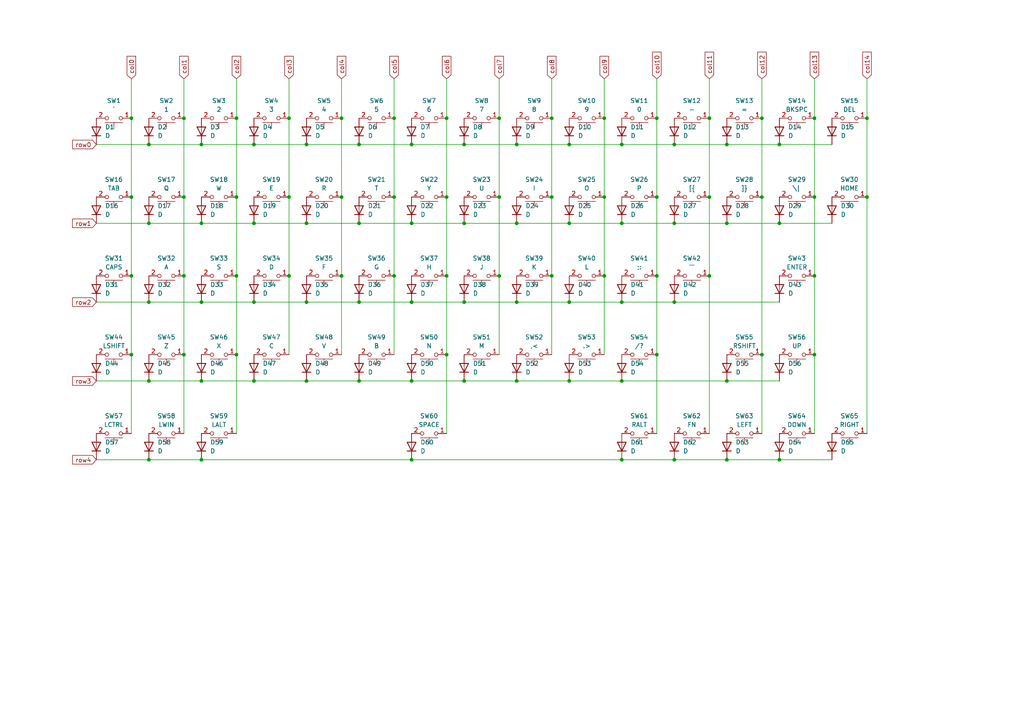
<source format=kicad_sch>
(kicad_sch (version 20211123) (generator eeschema)
  (paper "A4")
  (lib_symbols
    (symbol "Device:D" (pin_numbers hide) (pin_names (offset 1.016) hide)
      (property "Reference" "D" (at 0 2.54 0))
      (property "Value" "D" (at 0 -2.54 0))
      (symbol "D_0_1"
        (polyline (pts (xy -1.27 1.27) (xy -1.27 -1.27)) (stroke (width 0.254)))
        (polyline (pts (xy 1.27 0) (xy -1.27 0)))
        (polyline (pts (xy 1.27 1.27) (xy 1.27 -1.27) (xy -1.27 0) (xy 1.27 1.27)) (stroke (width 0.254)))
      )
      (symbol "D_1_1"
        (pin passive line (at -3.81 0 0) (length 2.54) (name "K") (number "1"))
        (pin passive line (at 3.81 0 180) (length 2.54) (name "A") (number "2"))
      )
    )
    (symbol "Switch:SW_Push" (pin_names (offset 1.016) hide)
      (property "Reference" "SW" (at 1.27 2.54 0))
      (property "Value" "SW_Push" (at 0 -1.524 0))
      (symbol "SW_Push_0_1"
        (circle (center -2.032 0) (radius 0.508))
        (polyline (pts (xy 0 1.27) (xy 0 3.048)))
        (polyline (pts (xy 2.54 1.27) (xy -2.54 1.27)))
        (circle (center 2.032 0) (radius 0.508))
        (pin passive line (at -5.08 0 0) (length 2.54) (name "1") (number "1"))
        (pin passive line (at 5.08 0 180) (length 2.54) (name "2") (number "2"))
      )
    )
  )
  (junction (at 175.26 34.29))
  (junction (at 160.02 80.01))
  (junction (at 134.62 110.49))
  (junction (at 180.34 64.77))
  (junction (at 210.82 64.77))
  (junction (at 88.9 110.49))
  (junction (at 38.1 57.15))
  (junction (at 38.1 34.29))
  (junction (at 104.14 110.49))
  (junction (at 43.18 41.91))
  (junction (at 83.82 34.29))
  (junction (at 236.22 80.01))
  (junction (at 68.58 80.01))
  (junction (at 165.1 41.91))
  (junction (at 114.3 34.29))
  (junction (at 190.5 34.29))
  (junction (at 220.98 102.87))
  (junction (at 236.22 57.15))
  (junction (at 205.74 34.29))
  (junction (at 73.66 41.91))
  (junction (at 149.86 41.91))
  (junction (at 99.06 80.01))
  (junction (at 73.66 64.77))
  (junction (at 149.86 64.77))
  (junction (at 53.34 57.15))
  (junction (at 88.9 87.63))
  (junction (at 180.34 133.35))
  (junction (at 180.34 87.63))
  (junction (at 53.34 102.87))
  (junction (at 165.1 110.49))
  (junction (at 175.26 57.15))
  (junction (at 88.9 64.77))
  (junction (at 119.38 110.49))
  (junction (at 83.82 80.01))
  (junction (at 190.5 80.01))
  (junction (at 195.58 87.63))
  (junction (at 236.22 34.29))
  (junction (at 38.1 80.01))
  (junction (at 58.42 133.35))
  (junction (at 114.3 57.15))
  (junction (at 58.42 41.91))
  (junction (at 68.58 57.15))
  (junction (at 104.14 87.63))
  (junction (at 160.02 57.15))
  (junction (at 149.86 87.63))
  (junction (at 195.58 64.77))
  (junction (at 220.98 57.15))
  (junction (at 119.38 64.77))
  (junction (at 160.02 34.29))
  (junction (at 226.06 41.91))
  (junction (at 68.58 34.29))
  (junction (at 220.98 34.29))
  (junction (at 43.18 64.77))
  (junction (at 251.46 34.29))
  (junction (at 99.06 57.15))
  (junction (at 73.66 110.49))
  (junction (at 43.18 87.63))
  (junction (at 38.1 102.87))
  (junction (at 251.46 57.15))
  (junction (at 144.78 80.01))
  (junction (at 144.78 34.29))
  (junction (at 53.34 80.01))
  (junction (at 190.5 102.87))
  (junction (at 180.34 41.91))
  (junction (at 58.42 110.49))
  (junction (at 119.38 87.63))
  (junction (at 99.06 34.29))
  (junction (at 175.26 80.01))
  (junction (at 53.34 34.29))
  (junction (at 104.14 64.77))
  (junction (at 210.82 41.91))
  (junction (at 205.74 80.01))
  (junction (at 180.34 110.49))
  (junction (at 129.54 80.01))
  (junction (at 114.3 80.01))
  (junction (at 210.82 110.49))
  (junction (at 190.5 57.15))
  (junction (at 144.78 57.15))
  (junction (at 88.9 41.91))
  (junction (at 129.54 57.15))
  (junction (at 43.18 133.35))
  (junction (at 226.06 133.35))
  (junction (at 226.06 64.77))
  (junction (at 68.58 102.87))
  (junction (at 210.82 133.35))
  (junction (at 58.42 87.63))
  (junction (at 205.74 57.15))
  (junction (at 236.22 102.87))
  (junction (at 119.38 133.35))
  (junction (at 83.82 57.15))
  (junction (at 134.62 41.91))
  (junction (at 104.14 41.91))
  (junction (at 195.58 133.35))
  (junction (at 165.1 87.63))
  (junction (at 73.66 87.63))
  (junction (at 165.1 64.77))
  (junction (at 134.62 87.63))
  (junction (at 43.18 110.49))
  (junction (at 195.58 41.91))
  (junction (at 129.54 102.87))
  (junction (at 119.38 41.91))
  (junction (at 149.86 110.49))
  (junction (at 134.62 64.77))
  (junction (at 129.54 34.29))
  (junction (at 58.42 64.77))
  (wire (pts (xy 134.62 64.77) (xy 149.86 64.77)))
  (wire (pts (xy 68.58 34.29) (xy 68.58 57.15)))
  (wire (pts (xy 205.74 57.15) (xy 205.74 80.01)))
  (wire (pts (xy 119.38 41.91) (xy 134.62 41.91)))
  (wire (pts (xy 104.14 41.91) (xy 119.38 41.91)))
  (wire (pts (xy 27.94 41.91) (xy 43.18 41.91)))
  (wire (pts (xy 165.1 41.91) (xy 180.34 41.91)))
  (wire (pts (xy 195.58 41.91) (xy 210.82 41.91)))
  (wire (pts (xy 83.82 34.29) (xy 83.82 57.15)))
  (wire (pts (xy 53.34 102.87) (xy 53.34 125.73)))
  (wire (pts (xy 160.02 22.86) (xy 160.02 34.29)))
  (wire (pts (xy 226.06 64.77) (xy 241.3 64.77)))
  (wire (pts (xy 43.18 110.49) (xy 58.42 110.49)))
  (wire (pts (xy 99.06 22.86) (xy 99.06 34.29)))
  (wire (pts (xy 119.38 87.63) (xy 134.62 87.63)))
  (wire (pts (xy 190.5 80.01) (xy 190.5 102.87)))
  (wire (pts (xy 195.58 87.63) (xy 226.06 87.63)))
  (wire (pts (xy 149.86 64.77) (xy 165.1 64.77)))
  (wire (pts (xy 149.86 87.63) (xy 165.1 87.63)))
  (wire (pts (xy 68.58 22.86) (xy 68.58 34.29)))
  (wire (pts (xy 114.3 80.01) (xy 114.3 102.87)))
  (wire (pts (xy 195.58 64.77) (xy 210.82 64.77)))
  (wire (pts (xy 43.18 64.77) (xy 58.42 64.77)))
  (wire (pts (xy 43.18 87.63) (xy 58.42 87.63)))
  (wire (pts (xy 149.86 41.91) (xy 165.1 41.91)))
  (wire (pts (xy 160.02 80.01) (xy 160.02 102.87)))
  (wire (pts (xy 27.94 87.63) (xy 43.18 87.63)))
  (wire (pts (xy 210.82 110.49) (xy 226.06 110.49)))
  (wire (pts (xy 251.46 57.15) (xy 251.46 125.73)))
  (wire (pts (xy 99.06 57.15) (xy 99.06 80.01)))
  (wire (pts (xy 175.26 80.01) (xy 175.26 102.87)))
  (wire (pts (xy 160.02 57.15) (xy 160.02 80.01)))
  (wire (pts (xy 73.66 110.49) (xy 88.9 110.49)))
  (wire (pts (xy 58.42 133.35) (xy 119.38 133.35)))
  (wire (pts (xy 180.34 87.63) (xy 195.58 87.63)))
  (wire (pts (xy 119.38 64.77) (xy 134.62 64.77)))
  (wire (pts (xy 58.42 87.63) (xy 73.66 87.63)))
  (wire (pts (xy 53.34 22.86) (xy 53.34 34.29)))
  (wire (pts (xy 88.9 64.77) (xy 104.14 64.77)))
  (wire (pts (xy 190.5 22.86) (xy 190.5 34.29)))
  (wire (pts (xy 190.5 102.87) (xy 190.5 125.73)))
  (wire (pts (xy 175.26 34.29) (xy 175.26 57.15)))
  (wire (pts (xy 73.66 64.77) (xy 88.9 64.77)))
  (wire (pts (xy 134.62 41.91) (xy 149.86 41.91)))
  (wire (pts (xy 88.9 41.91) (xy 104.14 41.91)))
  (wire (pts (xy 58.42 110.49) (xy 73.66 110.49)))
  (wire (pts (xy 251.46 22.86) (xy 251.46 34.29)))
  (wire (pts (xy 38.1 102.87) (xy 38.1 125.73)))
  (wire (pts (xy 83.82 80.01) (xy 83.82 102.87)))
  (wire (pts (xy 144.78 22.86) (xy 144.78 34.29)))
  (wire (pts (xy 68.58 102.87) (xy 68.58 125.73)))
  (wire (pts (xy 190.5 34.29) (xy 190.5 57.15)))
  (wire (pts (xy 38.1 80.01) (xy 38.1 102.87)))
  (wire (pts (xy 73.66 87.63) (xy 88.9 87.63)))
  (wire (pts (xy 43.18 41.91) (xy 58.42 41.91)))
  (wire (pts (xy 73.66 41.91) (xy 88.9 41.91)))
  (wire (pts (xy 210.82 133.35) (xy 226.06 133.35)))
  (wire (pts (xy 114.3 57.15) (xy 114.3 80.01)))
  (wire (pts (xy 53.34 34.29) (xy 53.34 57.15)))
  (wire (pts (xy 205.74 22.86) (xy 205.74 34.29)))
  (wire (pts (xy 27.94 64.77) (xy 43.18 64.77)))
  (wire (pts (xy 58.42 64.77) (xy 73.66 64.77)))
  (wire (pts (xy 144.78 80.01) (xy 144.78 102.87)))
  (wire (pts (xy 149.86 110.49) (xy 165.1 110.49)))
  (wire (pts (xy 53.34 80.01) (xy 53.34 102.87)))
  (wire (pts (xy 180.34 41.91) (xy 195.58 41.91)))
  (wire (pts (xy 38.1 22.86) (xy 38.1 34.29)))
  (wire (pts (xy 160.02 34.29) (xy 160.02 57.15)))
  (wire (pts (xy 236.22 80.01) (xy 236.22 102.87)))
  (wire (pts (xy 180.34 110.49) (xy 210.82 110.49)))
  (wire (pts (xy 144.78 34.29) (xy 144.78 57.15)))
  (wire (pts (xy 195.58 133.35) (xy 210.82 133.35)))
  (wire (pts (xy 175.26 57.15) (xy 175.26 80.01)))
  (wire (pts (xy 236.22 57.15) (xy 236.22 80.01)))
  (wire (pts (xy 251.46 34.29) (xy 251.46 57.15)))
  (wire (pts (xy 88.9 110.49) (xy 104.14 110.49)))
  (wire (pts (xy 180.34 64.77) (xy 195.58 64.77)))
  (wire (pts (xy 226.06 41.91) (xy 241.3 41.91)))
  (wire (pts (xy 43.18 133.35) (xy 58.42 133.35)))
  (wire (pts (xy 104.14 110.49) (xy 119.38 110.49)))
  (wire (pts (xy 38.1 34.29) (xy 38.1 57.15)))
  (wire (pts (xy 165.1 110.49) (xy 180.34 110.49)))
  (wire (pts (xy 129.54 57.15) (xy 129.54 80.01)))
  (wire (pts (xy 210.82 41.91) (xy 226.06 41.91)))
  (wire (pts (xy 27.94 133.35) (xy 43.18 133.35)))
  (wire (pts (xy 236.22 22.86) (xy 236.22 34.29)))
  (wire (pts (xy 180.34 133.35) (xy 195.58 133.35)))
  (wire (pts (xy 88.9 87.63) (xy 104.14 87.63)))
  (wire (pts (xy 134.62 110.49) (xy 149.86 110.49)))
  (wire (pts (xy 68.58 80.01) (xy 68.58 102.87)))
  (wire (pts (xy 38.1 57.15) (xy 38.1 80.01)))
  (wire (pts (xy 129.54 102.87) (xy 129.54 125.73)))
  (wire (pts (xy 205.74 80.01) (xy 205.74 125.73)))
  (wire (pts (xy 175.26 22.86) (xy 175.26 34.29)))
  (wire (pts (xy 205.74 34.29) (xy 205.74 57.15)))
  (wire (pts (xy 236.22 102.87) (xy 236.22 125.73)))
  (wire (pts (xy 104.14 87.63) (xy 119.38 87.63)))
  (wire (pts (xy 134.62 87.63) (xy 149.86 87.63)))
  (wire (pts (xy 220.98 34.29) (xy 220.98 57.15)))
  (wire (pts (xy 129.54 80.01) (xy 129.54 102.87)))
  (wire (pts (xy 165.1 87.63) (xy 180.34 87.63)))
  (wire (pts (xy 114.3 22.86) (xy 114.3 34.29)))
  (wire (pts (xy 190.5 57.15) (xy 190.5 80.01)))
  (wire (pts (xy 226.06 133.35) (xy 241.3 133.35)))
  (wire (pts (xy 220.98 57.15) (xy 220.98 102.87)))
  (wire (pts (xy 58.42 41.91) (xy 73.66 41.91)))
  (wire (pts (xy 68.58 57.15) (xy 68.58 80.01)))
  (wire (pts (xy 220.98 102.87) (xy 220.98 125.73)))
  (wire (pts (xy 144.78 57.15) (xy 144.78 80.01)))
  (wire (pts (xy 129.54 34.29) (xy 129.54 57.15)))
  (wire (pts (xy 165.1 64.77) (xy 180.34 64.77)))
  (wire (pts (xy 53.34 57.15) (xy 53.34 80.01)))
  (wire (pts (xy 236.22 34.29) (xy 236.22 57.15)))
  (wire (pts (xy 220.98 22.86) (xy 220.98 34.29)))
  (wire (pts (xy 27.94 110.49) (xy 43.18 110.49)))
  (wire (pts (xy 114.3 34.29) (xy 114.3 57.15)))
  (wire (pts (xy 99.06 80.01) (xy 99.06 102.87)))
  (wire (pts (xy 119.38 133.35) (xy 180.34 133.35)))
  (wire (pts (xy 83.82 57.15) (xy 83.82 80.01)))
  (wire (pts (xy 99.06 34.29) (xy 99.06 57.15)))
  (wire (pts (xy 83.82 22.86) (xy 83.82 34.29)))
  (wire (pts (xy 129.54 22.86) (xy 129.54 34.29)))
  (wire (pts (xy 119.38 110.49) (xy 134.62 110.49)))
  (wire (pts (xy 210.82 64.77) (xy 226.06 64.77)))
  (wire (pts (xy 104.14 64.77) (xy 119.38 64.77)))
  (global_label "col12" (shape input) (at 220.98 22.86 90) (property "Intersheet References" "${INTERSHEET_REFS}" (effects hide)))
  (global_label "row4" (shape input) (at 27.94 133.35 180) (property "Intersheet References" "${INTERSHEET_REFS}" (effects hide)))
  (global_label "row2" (shape input) (at 27.94 87.63 180) (property "Intersheet References" "${INTERSHEET_REFS}" (effects hide)))
  (global_label "col7" (shape input) (at 144.78 22.86 90) (property "Intersheet References" "${INTERSHEET_REFS}" (effects hide)))
  (global_label "row1" (shape input) (at 27.94 64.77 180) (property "Intersheet References" "${INTERSHEET_REFS}" (effects hide)))
  (global_label "col3" (shape input) (at 83.82 22.86 90) (property "Intersheet References" "${INTERSHEET_REFS}" (effects hide)))
  (global_label "col1" (shape input) (at 53.34 22.86 90) (property "Intersheet References" "${INTERSHEET_REFS}" (effects hide)))
  (global_label "col10" (shape input) (at 190.5 22.86 90) (property "Intersheet References" "${INTERSHEET_REFS}" (effects hide)))
  (global_label "row0" (shape input) (at 27.94 41.91 180) (property "Intersheet References" "${INTERSHEET_REFS}" (effects hide)))
  (global_label "col0" (shape input) (at 38.1 22.86 90) (property "Intersheet References" "${INTERSHEET_REFS}" (effects hide)))
  (global_label "col14" (shape input) (at 251.46 22.86 90) (property "Intersheet References" "${INTERSHEET_REFS}" (effects hide)))
  (global_label "col4" (shape input) (at 99.06 22.86 90) (property "Intersheet References" "${INTERSHEET_REFS}" (effects hide)))
  (global_label "row3" (shape input) (at 27.94 110.49 180) (property "Intersheet References" "${INTERSHEET_REFS}" (effects hide)))
  (global_label "col2" (shape input) (at 68.58 22.86 90) (property "Intersheet References" "${INTERSHEET_REFS}" (effects hide)))
  (global_label "col8" (shape input) (at 160.02 22.86 90) (property "Intersheet References" "${INTERSHEET_REFS}" (effects hide)))
  (global_label "col9" (shape input) (at 175.26 22.86 90) (property "Intersheet References" "${INTERSHEET_REFS}" (effects hide)))
  (global_label "col13" (shape input) (at 236.22 22.86 90) (property "Intersheet References" "${INTERSHEET_REFS}" (effects hide)))
  (global_label "col5" (shape input) (at 114.3 22.86 90) (property "Intersheet References" "${INTERSHEET_REFS}" (effects hide)))
  (global_label "col6" (shape input) (at 129.54 22.86 90) (property "Intersheet References" "${INTERSHEET_REFS}" (effects hide)))
  (global_label "col11" (shape input) (at 205.74 22.86 90) (property "Intersheet References" "${INTERSHEET_REFS}" (effects hide)))
  (symbol (lib_id "Device:D") (at 210.82 38.1 90) (unit 1)
    (property "Reference" "D13" (at 213.36 36.8299 90) (effects (justify right)))
    (property "Value" "D" (at 213.36 39.3699 90) (effects (justify right)))
    (property "Footprint" "Diode_SMD:D_SOD-123" (effects hide))
  )
  (symbol (lib_id "Device:D") (at 195.58 38.1 90) (unit 1)
    (property "Reference" "D12" (at 198.12 36.8299 90) (effects (justify right)))
    (property "Value" "D" (at 198.12 39.3699 90) (effects (justify right)))
    (property "Footprint" "Diode_SMD:D_SOD-123" (effects hide))
  )
  (symbol (lib_id "Switch:SW_Push") (at 63.5 125.73 180) (unit 1)
    (property "Reference" "SW59" (at 63.5 120.65 0))
    (property "Value" "LALT" (at 63.5 123.19 0))
    (property "Footprint" "MX_Only:MXOnly-1.25U" (effects hide))
  )
  (symbol (lib_id "Device:D") (at 73.66 38.1 90) (unit 1)
    (property "Reference" "D4" (at 76.2 36.8299 90) (effects (justify right)))
    (property "Value" "D" (at 76.2 39.3699 90) (effects (justify right)))
    (property "Footprint" "Diode_SMD:D_SOD-123" (effects hide))
  )
  (symbol (lib_id "Switch:SW_Push") (at 185.42 34.29 180) (unit 1)
    (property "Reference" "SW11" (at 185.42 29.21 0))
    (property "Value" "0" (at 185.42 31.75 0))
    (property "Footprint" "MX_Only:MXOnly-1U" (effects hide))
  )
  (symbol (lib_id "Device:D") (at 58.42 106.68 90) (unit 1)
    (property "Reference" "D46" (at 60.96 105.4099 90) (effects (justify right)))
    (property "Value" "D" (at 60.96 107.9499 90) (effects (justify right)))
    (property "Footprint" "Diode_SMD:D_SOD-123" (effects hide))
  )
  (symbol (lib_id "Device:D") (at 226.06 106.68 90) (unit 1)
    (property "Reference" "D56" (at 228.6 105.4099 90) (effects (justify right)))
    (property "Value" "D" (at 228.6 107.9499 90) (effects (justify right)))
    (property "Footprint" "Diode_SMD:D_SOD-123" (effects hide))
  )
  (symbol (lib_id "Device:D") (at 119.38 83.82 90) (unit 1)
    (property "Reference" "D37" (at 121.92 82.5499 90) (effects (justify right)))
    (property "Value" "D" (at 121.92 85.0899 90) (effects (justify right)))
    (property "Footprint" "Diode_SMD:D_SOD-123" (effects hide))
  )
  (symbol (lib_id "Switch:SW_Push") (at 124.46 34.29 180) (unit 1)
    (property "Reference" "SW7" (at 124.46 29.21 0))
    (property "Value" "6" (at 124.46 31.75 0))
    (property "Footprint" "MX_Only:MXOnly-1U" (effects hide))
  )
  (symbol (lib_id "Device:D") (at 58.42 83.82 90) (unit 1)
    (property "Reference" "D33" (at 60.96 82.5499 90) (effects (justify right)))
    (property "Value" "D" (at 60.96 85.0899 90) (effects (justify right)))
    (property "Footprint" "Diode_SMD:D_SOD-123" (effects hide))
  )
  (symbol (lib_id "Device:D") (at 134.62 106.68 90) (unit 1)
    (property "Reference" "D51" (at 137.16 105.4099 90) (effects (justify right)))
    (property "Value" "D" (at 137.16 107.9499 90) (effects (justify right)))
    (property "Footprint" "Diode_SMD:D_SOD-123" (effects hide))
  )
  (symbol (lib_id "Device:D") (at 180.34 83.82 90) (unit 1)
    (property "Reference" "D41" (at 182.88 82.5499 90) (effects (justify right)))
    (property "Value" "D" (at 182.88 85.0899 90) (effects (justify right)))
    (property "Footprint" "Diode_SMD:D_SOD-123" (effects hide))
  )
  (symbol (lib_id "Device:D") (at 226.06 83.82 90) (unit 1)
    (property "Reference" "D43" (at 228.6 82.5499 90) (effects (justify right)))
    (property "Value" "D" (at 228.6 85.0899 90) (effects (justify right)))
    (property "Footprint" "Diode_SMD:D_SOD-123" (effects hide))
  )
  (symbol (lib_id "Device:D") (at 104.14 38.1 90) (unit 1)
    (property "Reference" "D6" (at 106.68 36.8299 90) (effects (justify right)))
    (property "Value" "D" (at 106.68 39.3699 90) (effects (justify right)))
    (property "Footprint" "Diode_SMD:D_SOD-123" (effects hide))
  )
  (symbol (lib_id "Switch:SW_Push") (at 109.22 102.87 180) (unit 1)
    (property "Reference" "SW49" (at 109.22 97.79 0))
    (property "Value" "B" (at 109.22 100.33 0))
    (property "Footprint" "MX_Only:MXOnly-1U" (effects hide))
  )
  (symbol (lib_id "Switch:SW_Push") (at 139.7 80.01 180) (unit 1)
    (property "Reference" "SW38" (at 139.7 74.93 0))
    (property "Value" "J" (at 139.7 77.47 0))
    (property "Footprint" "MX_Only:MXOnly-1U" (effects hide))
  )
  (symbol (lib_id "Switch:SW_Push") (at 215.9 57.15 180) (unit 1)
    (property "Reference" "SW28" (at 215.9 52.07 0))
    (property "Value" "]}" (at 215.9 54.61 0))
    (property "Footprint" "MX_Only:MXOnly-1U" (effects hide))
  )
  (symbol (lib_id "Switch:SW_Push") (at 246.38 125.73 180) (unit 1)
    (property "Reference" "SW65" (at 246.38 120.65 0))
    (property "Value" "RIGHT" (at 246.38 123.19 0))
    (property "Footprint" "MX_Only:MXOnly-1U" (effects hide))
  )
  (symbol (lib_id "Device:D") (at 149.86 83.82 90) (unit 1)
    (property "Reference" "D39" (at 152.4 82.5499 90) (effects (justify right)))
    (property "Value" "D" (at 152.4 85.0899 90) (effects (justify right)))
    (property "Footprint" "Diode_SMD:D_SOD-123" (effects hide))
  )
  (symbol (lib_id "Switch:SW_Push") (at 63.5 34.29 180) (unit 1)
    (property "Reference" "SW3" (at 63.5 29.21 0))
    (property "Value" "2" (at 63.5 31.75 0))
    (property "Footprint" "MX_Only:MXOnly-1U" (effects hide))
  )
  (symbol (lib_id "Switch:SW_Push") (at 170.18 57.15 180) (unit 1)
    (property "Reference" "SW25" (at 170.18 52.07 0))
    (property "Value" "O" (at 170.18 54.61 0))
    (property "Footprint" "MX_Only:MXOnly-1U" (effects hide))
  )
  (symbol (lib_id "Device:D") (at 27.94 83.82 90) (unit 1)
    (property "Reference" "D31" (at 30.48 82.5499 90) (effects (justify right)))
    (property "Value" "D" (at 30.48 85.0899 90) (effects (justify right)))
    (property "Footprint" "Diode_SMD:D_SOD-123" (effects hide))
  )
  (symbol (lib_id "Switch:SW_Push") (at 48.26 80.01 180) (unit 1)
    (property "Reference" "SW32" (at 48.26 74.93 0))
    (property "Value" "A" (at 48.26 77.47 0))
    (property "Footprint" "MX_Only:MXOnly-1U" (effects hide))
  )
  (symbol (lib_id "Switch:SW_Push") (at 185.42 57.15 180) (unit 1)
    (property "Reference" "SW26" (at 185.42 52.07 0))
    (property "Value" "P" (at 185.42 54.61 0))
    (property "Footprint" "MX_Only:MXOnly-1U" (effects hide))
  )
  (symbol (lib_id "Device:D") (at 27.94 38.1 90) (unit 1)
    (property "Reference" "D1" (at 30.48 36.8299 90) (effects (justify right)))
    (property "Value" "D" (at 30.48 39.3699 90) (effects (justify right)))
    (property "Footprint" "Diode_SMD:D_SOD-123" (effects hide))
  )
  (symbol (lib_id "Device:D") (at 165.1 83.82 90) (unit 1)
    (property "Reference" "D40" (at 167.64 82.5499 90) (effects (justify right)))
    (property "Value" "D" (at 167.64 85.0899 90) (effects (justify right)))
    (property "Footprint" "Diode_SMD:D_SOD-123" (effects hide))
  )
  (symbol (lib_id "Device:D") (at 195.58 60.96 90) (unit 1)
    (property "Reference" "D27" (at 198.12 59.6899 90) (effects (justify right)))
    (property "Value" "D" (at 198.12 62.2299 90) (effects (justify right)))
    (property "Footprint" "Diode_SMD:D_SOD-123" (effects hide))
  )
  (symbol (lib_id "Device:D") (at 241.3 60.96 90) (unit 1)
    (property "Reference" "D30" (at 243.84 59.6899 90) (effects (justify right)))
    (property "Value" "D" (at 243.84 62.2299 90) (effects (justify right)))
    (property "Footprint" "Diode_SMD:D_SOD-123" (effects hide))
  )
  (symbol (lib_id "Switch:SW_Push") (at 200.66 125.73 180) (unit 1)
    (property "Reference" "SW62" (at 200.66 120.65 0))
    (property "Value" "FN" (at 200.66 123.19 0))
    (property "Footprint" "MX_Only:MXOnly-1.25U" (effects hide))
  )
  (symbol (lib_id "Switch:SW_Push") (at 78.74 80.01 180) (unit 1)
    (property "Reference" "SW34" (at 78.74 74.93 0))
    (property "Value" "D" (at 78.74 77.47 0))
    (property "Footprint" "MX_Only:MXOnly-1U" (effects hide))
  )
  (symbol (lib_id "Device:D") (at 88.9 83.82 90) (unit 1)
    (property "Reference" "D35" (at 91.44 82.5499 90) (effects (justify right)))
    (property "Value" "D" (at 91.44 85.0899 90) (effects (justify right)))
    (property "Footprint" "Diode_SMD:D_SOD-123" (effects hide))
  )
  (symbol (lib_id "Device:D") (at 210.82 106.68 90) (unit 1)
    (property "Reference" "D55" (at 213.36 105.4099 90) (effects (justify right)))
    (property "Value" "D" (at 213.36 107.9499 90) (effects (justify right)))
    (property "Footprint" "Diode_SMD:D_SOD-123" (effects hide))
  )
  (symbol (lib_id "Device:D") (at 180.34 38.1 90) (unit 1)
    (property "Reference" "D11" (at 182.88 36.8299 90) (effects (justify right)))
    (property "Value" "D" (at 182.88 39.3699 90) (effects (justify right)))
    (property "Footprint" "Diode_SMD:D_SOD-123" (effects hide))
  )
  (symbol (lib_id "Device:D") (at 149.86 106.68 90) (unit 1)
    (property "Reference" "D52" (at 152.4 105.4099 90) (effects (justify right)))
    (property "Value" "D" (at 152.4 107.9499 90) (effects (justify right)))
    (property "Footprint" "Diode_SMD:D_SOD-123" (effects hide))
  )
  (symbol (lib_id "Switch:SW_Push") (at 139.7 102.87 180) (unit 1)
    (property "Reference" "SW51" (at 139.7 97.79 0))
    (property "Value" "M" (at 139.7 100.33 0))
    (property "Footprint" "MX_Only:MXOnly-1U" (effects hide))
  )
  (symbol (lib_id "Device:D") (at 73.66 60.96 90) (unit 1)
    (property "Reference" "D19" (at 76.2 59.6899 90) (effects (justify right)))
    (property "Value" "D" (at 76.2 62.2299 90) (effects (justify right)))
    (property "Footprint" "Diode_SMD:D_SOD-123" (effects hide))
  )
  (symbol (lib_id "Device:D") (at 180.34 129.54 90) (unit 1)
    (property "Reference" "D61" (at 182.88 128.2699 90) (effects (justify right)))
    (property "Value" "D" (at 182.88 130.8099 90) (effects (justify right)))
    (property "Footprint" "Diode_SMD:D_SOD-123" (effects hide))
  )
  (symbol (lib_id "Device:D") (at 27.94 60.96 90) (unit 1)
    (property "Reference" "D16" (at 30.48 59.6899 90) (effects (justify right)))
    (property "Value" "D" (at 30.48 62.2299 90) (effects (justify right)))
    (property "Footprint" "Diode_SMD:D_SOD-123" (effects hide))
  )
  (symbol (lib_id "Switch:SW_Push") (at 33.02 102.87 180) (unit 1)
    (property "Reference" "SW44" (at 33.02 97.79 0))
    (property "Value" "LSHIFT" (at 33.02 100.33 0))
    (property "Footprint" "MX_Only:MXOnly-2.25U" (effects hide))
  )
  (symbol (lib_id "Switch:SW_Push") (at 185.42 102.87 180) (unit 1)
    (property "Reference" "SW54" (at 185.42 97.79 0))
    (property "Value" "/?" (at 185.42 100.33 0))
    (property "Footprint" "MX_Only:MXOnly-1U" (effects hide))
  )
  (symbol (lib_id "Switch:SW_Push") (at 124.46 102.87 180) (unit 1)
    (property "Reference" "SW50" (at 124.46 97.79 0))
    (property "Value" "N" (at 124.46 100.33 0))
    (property "Footprint" "MX_Only:MXOnly-1U" (effects hide))
  )
  (symbol (lib_id "Device:D") (at 104.14 83.82 90) (unit 1)
    (property "Reference" "D36" (at 106.68 82.5499 90) (effects (justify right)))
    (property "Value" "D" (at 106.68 85.0899 90) (effects (justify right)))
    (property "Footprint" "Diode_SMD:D_SOD-123" (effects hide))
  )
  (symbol (lib_id "Device:D") (at 27.94 106.68 90) (unit 1)
    (property "Reference" "D44" (at 30.48 105.4099 90) (effects (justify right)))
    (property "Value" "D" (at 30.48 107.9499 90) (effects (justify right)))
    (property "Footprint" "Diode_SMD:D_SOD-123" (effects hide))
  )
  (symbol (lib_id "Device:D") (at 149.86 38.1 90) (unit 1)
    (property "Reference" "D9" (at 152.4 36.8299 90) (effects (justify right)))
    (property "Value" "D" (at 152.4 39.3699 90) (effects (justify right)))
    (property "Footprint" "Diode_SMD:D_SOD-123" (effects hide))
  )
  (symbol (lib_id "Switch:SW_Push") (at 109.22 34.29 180) (unit 1)
    (property "Reference" "SW6" (at 109.22 29.21 0))
    (property "Value" "5" (at 109.22 31.75 0))
    (property "Footprint" "MX_Only:MXOnly-1U" (effects hide))
  )
  (symbol (lib_id "Device:D") (at 73.66 106.68 90) (unit 1)
    (property "Reference" "D47" (at 76.2 105.4099 90) (effects (justify right)))
    (property "Value" "D" (at 76.2 107.9499 90) (effects (justify right)))
    (property "Footprint" "Diode_SMD:D_SOD-123" (effects hide))
  )
  (symbol (lib_id "Device:D") (at 180.34 106.68 90) (unit 1)
    (property "Reference" "D54" (at 182.88 105.4099 90) (effects (justify right)))
    (property "Value" "D" (at 182.88 107.9499 90) (effects (justify right)))
    (property "Footprint" "Diode_SMD:D_SOD-123" (effects hide))
  )
  (symbol (lib_id "Device:D") (at 134.62 38.1 90) (unit 1)
    (property "Reference" "D8" (at 137.16 36.8299 90) (effects (justify right)))
    (property "Value" "D" (at 137.16 39.3699 90) (effects (justify right)))
    (property "Footprint" "Diode_SMD:D_SOD-123" (effects hide))
  )
  (symbol (lib_id "Device:D") (at 226.06 38.1 90) (unit 1)
    (property "Reference" "D14" (at 228.6 36.8299 90) (effects (justify right)))
    (property "Value" "D" (at 228.6 39.3699 90) (effects (justify right)))
    (property "Footprint" "Diode_SMD:D_SOD-123" (effects hide))
  )
  (symbol (lib_id "Device:D") (at 226.06 129.54 90) (unit 1)
    (property "Reference" "D64" (at 228.6 128.2699 90) (effects (justify right)))
    (property "Value" "D" (at 228.6 130.8099 90) (effects (justify right)))
    (property "Footprint" "Diode_SMD:D_SOD-123" (effects hide))
  )
  (symbol (lib_id "Switch:SW_Push") (at 215.9 102.87 180) (unit 1)
    (property "Reference" "SW55" (at 215.9 97.79 0))
    (property "Value" "RSHIFT" (at 215.9 100.33 0))
    (property "Footprint" "MX_Only:MXOnly-1.75U" (effects hide))
  )
  (symbol (lib_id "Device:D") (at 195.58 83.82 90) (unit 1)
    (property "Reference" "D42" (at 198.12 82.5499 90) (effects (justify right)))
    (property "Value" "D" (at 198.12 85.0899 90) (effects (justify right)))
    (property "Footprint" "Diode_SMD:D_SOD-123" (effects hide))
  )
  (symbol (lib_id "Switch:SW_Push") (at 78.74 34.29 180) (unit 1)
    (property "Reference" "SW4" (at 78.74 29.21 0))
    (property "Value" "3" (at 78.74 31.75 0))
    (property "Footprint" "MX_Only:MXOnly-1U" (effects hide))
  )
  (symbol (lib_id "Switch:SW_Push") (at 124.46 57.15 180) (unit 1)
    (property "Reference" "SW22" (at 124.46 52.07 0))
    (property "Value" "Y" (at 124.46 54.61 0))
    (property "Footprint" "MX_Only:MXOnly-1U" (effects hide))
  )
  (symbol (lib_id "Switch:SW_Push") (at 154.94 102.87 180) (unit 1)
    (property "Reference" "SW52" (at 154.94 97.79 0))
    (property "Value" ",<" (at 154.94 100.33 0))
    (property "Footprint" "MX_Only:MXOnly-1U" (effects hide))
  )
  (symbol (lib_id "Switch:SW_Push") (at 109.22 80.01 180) (unit 1)
    (property "Reference" "SW36" (at 109.22 74.93 0))
    (property "Value" "G" (at 109.22 77.47 0))
    (property "Footprint" "MX_Only:MXOnly-1U" (effects hide))
  )
  (symbol (lib_id "Switch:SW_Push") (at 48.26 102.87 180) (unit 1)
    (property "Reference" "SW45" (at 48.26 97.79 0))
    (property "Value" "Z" (at 48.26 100.33 0))
    (property "Footprint" "MX_Only:MXOnly-1U" (effects hide))
  )
  (symbol (lib_id "Switch:SW_Push") (at 200.66 57.15 180) (unit 1)
    (property "Reference" "SW27" (at 200.66 52.07 0))
    (property "Value" "[{" (at 200.66 54.61 0))
    (property "Footprint" "MX_Only:MXOnly-1U" (effects hide))
  )
  (symbol (lib_id "Switch:SW_Push") (at 93.98 80.01 180) (unit 1)
    (property "Reference" "SW35" (at 93.98 74.93 0))
    (property "Value" "F" (at 93.98 77.47 0))
    (property "Footprint" "MX_Only:MXOnly-1U" (effects hide))
  )
  (symbol (lib_id "Switch:SW_Push") (at 48.26 125.73 180) (unit 1)
    (property "Reference" "SW58" (at 48.26 120.65 0))
    (property "Value" "LWIN" (at 48.26 123.19 0))
    (property "Footprint" "MX_Only:MXOnly-1.25U" (effects hide))
  )
  (symbol (lib_id "Switch:SW_Push") (at 215.9 34.29 180) (unit 1)
    (property "Reference" "SW13" (at 215.9 29.21 0))
    (property "Value" "=" (at 215.9 31.75 0))
    (property "Footprint" "MX_Only:MXOnly-1U" (effects hide))
  )
  (symbol (lib_id "Switch:SW_Push") (at 170.18 34.29 180) (unit 1)
    (property "Reference" "SW10" (at 170.18 29.21 0))
    (property "Value" "9" (at 170.18 31.75 0))
    (property "Footprint" "MX_Only:MXOnly-1U" (effects hide))
  )
  (symbol (lib_id "Switch:SW_Push") (at 33.02 57.15 180) (unit 1)
    (property "Reference" "SW16" (at 33.02 52.07 0))
    (property "Value" "TAB" (at 33.02 54.61 0))
    (property "Footprint" "MX_Only:MXOnly-1.5U" (effects hide))
  )
  (symbol (lib_id "Switch:SW_Push") (at 246.38 57.15 180) (unit 1)
    (property "Reference" "SW30" (at 246.38 52.07 0))
    (property "Value" "HOME" (at 246.38 54.61 0))
    (property "Footprint" "MX_Only:MXOnly-1U" (effects hide))
  )
  (symbol (lib_id "Device:D") (at 88.9 106.68 90) (unit 1)
    (property "Reference" "D48" (at 91.44 105.4099 90) (effects (justify right)))
    (property "Value" "D" (at 91.44 107.9499 90) (effects (justify right)))
    (property "Footprint" "Diode_SMD:D_SOD-123" (effects hide))
  )
  (symbol (lib_id "Switch:SW_Push") (at 154.94 34.29 180) (unit 1)
    (property "Reference" "SW9" (at 154.94 29.21 0))
    (property "Value" "8" (at 154.94 31.75 0))
    (property "Footprint" "MX_Only:MXOnly-1U" (effects hide))
  )
  (symbol (lib_id "Switch:SW_Push") (at 215.9 125.73 180) (unit 1)
    (property "Reference" "SW63" (at 215.9 120.65 0))
    (property "Value" "LEFT" (at 215.9 123.19 0))
    (property "Footprint" "MX_Only:MXOnly-1U" (effects hide))
  )
  (symbol (lib_id "Device:D") (at 58.42 38.1 90) (unit 1)
    (property "Reference" "D3" (at 60.96 36.8299 90) (effects (justify right)))
    (property "Value" "D" (at 60.96 39.3699 90) (effects (justify right)))
    (property "Footprint" "Diode_SMD:D_SOD-123" (effects hide))
  )
  (symbol (lib_id "Device:D") (at 43.18 129.54 90) (unit 1)
    (property "Reference" "D58" (at 45.72 128.2699 90) (effects (justify right)))
    (property "Value" "D" (at 45.72 130.8099 90) (effects (justify right)))
    (property "Footprint" "Diode_SMD:D_SOD-123" (effects hide))
  )
  (symbol (lib_id "Device:D") (at 241.3 38.1 90) (unit 1)
    (property "Reference" "D15" (at 243.84 36.8299 90) (effects (justify right)))
    (property "Value" "D" (at 243.84 39.3699 90) (effects (justify right)))
    (property "Footprint" "Diode_SMD:D_SOD-123" (effects hide))
  )
  (symbol (lib_id "Switch:SW_Push") (at 200.66 34.29 180) (unit 1)
    (property "Reference" "SW12" (at 200.66 29.21 0))
    (property "Value" "-" (at 200.66 31.75 0))
    (property "Footprint" "MX_Only:MXOnly-1U" (effects hide))
  )
  (symbol (lib_id "Switch:SW_Push") (at 154.94 80.01 180) (unit 1)
    (property "Reference" "SW39" (at 154.94 74.93 0))
    (property "Value" "K" (at 154.94 77.47 0))
    (property "Footprint" "MX_Only:MXOnly-1U" (effects hide))
  )
  (symbol (lib_id "Switch:SW_Push") (at 33.02 125.73 180) (unit 1)
    (property "Reference" "SW57" (at 33.02 120.65 0))
    (property "Value" "LCTRL" (at 33.02 123.19 0))
    (property "Footprint" "MX_Only:MXOnly-1.25U" (effects hide))
  )
  (symbol (lib_id "Device:D") (at 104.14 60.96 90) (unit 1)
    (property "Reference" "D21" (at 106.68 59.6899 90) (effects (justify right)))
    (property "Value" "D" (at 106.68 62.2299 90) (effects (justify right)))
    (property "Footprint" "Diode_SMD:D_SOD-123" (effects hide))
  )
  (symbol (lib_id "Switch:SW_Push") (at 63.5 80.01 180) (unit 1)
    (property "Reference" "SW33" (at 63.5 74.93 0))
    (property "Value" "S" (at 63.5 77.47 0))
    (property "Footprint" "MX_Only:MXOnly-1U" (effects hide))
  )
  (symbol (lib_id "Switch:SW_Push") (at 170.18 80.01 180) (unit 1)
    (property "Reference" "SW40" (at 170.18 74.93 0))
    (property "Value" "L" (at 170.18 77.47 0))
    (property "Footprint" "MX_Only:MXOnly-1U" (effects hide))
  )
  (symbol (lib_id "Switch:SW_Push") (at 78.74 102.87 180) (unit 1)
    (property "Reference" "SW47" (at 78.74 97.79 0))
    (property "Value" "C" (at 78.74 100.33 0))
    (property "Footprint" "MX_Only:MXOnly-1U" (effects hide))
  )
  (symbol (lib_id "Device:D") (at 165.1 38.1 90) (unit 1)
    (property "Reference" "D10" (at 167.64 36.8299 90) (effects (justify right)))
    (property "Value" "D" (at 167.64 39.3699 90) (effects (justify right)))
    (property "Footprint" "Diode_SMD:D_SOD-123" (effects hide))
  )
  (symbol (lib_id "Device:D") (at 43.18 83.82 90) (unit 1)
    (property "Reference" "D32" (at 45.72 82.5499 90) (effects (justify right)))
    (property "Value" "D" (at 45.72 85.0899 90) (effects (justify right)))
    (property "Footprint" "Diode_SMD:D_SOD-123" (effects hide))
  )
  (symbol (lib_id "Device:D") (at 226.06 60.96 90) (unit 1)
    (property "Reference" "D29" (at 228.6 59.6899 90) (effects (justify right)))
    (property "Value" "D" (at 228.6 62.2299 90) (effects (justify right)))
    (property "Footprint" "Diode_SMD:D_SOD-123" (effects hide))
  )
  (symbol (lib_id "Device:D") (at 43.18 60.96 90) (unit 1)
    (property "Reference" "D17" (at 45.72 59.6899 90) (effects (justify right)))
    (property "Value" "D" (at 45.72 62.2299 90) (effects (justify right)))
    (property "Footprint" "Diode_SMD:D_SOD-123" (effects hide))
  )
  (symbol (lib_id "Switch:SW_Push") (at 200.66 80.01 180) (unit 1)
    (property "Reference" "SW42" (at 200.66 74.93 0))
    (property "Value" "'\"" (at 200.66 77.47 0))
    (property "Footprint" "MX_Only:MXOnly-1U" (effects hide))
  )
  (symbol (lib_id "Switch:SW_Push") (at 33.02 34.29 180) (unit 1)
    (property "Reference" "SW1" (at 33.02 29.21 0))
    (property "Value" "`" (at 33.02 31.75 0))
    (property "Footprint" "MX_Only:MXOnly-1U" (effects hide))
  )
  (symbol (lib_id "Device:D") (at 73.66 83.82 90) (unit 1)
    (property "Reference" "D34" (at 76.2 82.5499 90) (effects (justify right)))
    (property "Value" "D" (at 76.2 85.0899 90) (effects (justify right)))
    (property "Footprint" "Diode_SMD:D_SOD-123" (effects hide))
  )
  (symbol (lib_id "Switch:SW_Push") (at 93.98 57.15 180) (unit 1)
    (property "Reference" "SW20" (at 93.98 52.07 0))
    (property "Value" "R" (at 93.98 54.61 0))
    (property "Footprint" "MX_Only:MXOnly-1U" (effects hide))
  )
  (symbol (lib_id "Device:D") (at 165.1 106.68 90) (unit 1)
    (property "Reference" "D53" (at 167.64 105.4099 90) (effects (justify right)))
    (property "Value" "D" (at 167.64 107.9499 90) (effects (justify right)))
    (property "Footprint" "Diode_SMD:D_SOD-123" (effects hide))
  )
  (symbol (lib_id "Device:D") (at 119.38 129.54 90) (unit 1)
    (property "Reference" "D60" (at 121.92 128.2699 90) (effects (justify right)))
    (property "Value" "D" (at 121.92 130.8099 90) (effects (justify right)))
    (property "Footprint" "Diode_SMD:D_SOD-123" (effects hide))
  )
  (symbol (lib_id "Device:D") (at 88.9 38.1 90) (unit 1)
    (property "Reference" "D5" (at 91.44 36.8299 90) (effects (justify right)))
    (property "Value" "D" (at 91.44 39.3699 90) (effects (justify right)))
    (property "Footprint" "Diode_SMD:D_SOD-123" (effects hide))
  )
  (symbol (lib_id "Switch:SW_Push") (at 139.7 34.29 180) (unit 1)
    (property "Reference" "SW8" (at 139.7 29.21 0))
    (property "Value" "7" (at 139.7 31.75 0))
    (property "Footprint" "MX_Only:MXOnly-1U" (effects hide))
  )
  (symbol (lib_id "Switch:SW_Push") (at 48.26 57.15 180) (unit 1)
    (property "Reference" "SW17" (at 48.26 52.07 0))
    (property "Value" "Q" (at 48.26 54.61 0))
    (property "Footprint" "MX_Only:MXOnly-1U" (effects hide))
  )
  (symbol (lib_id "Device:D") (at 210.82 129.54 90) (unit 1)
    (property "Reference" "D63" (at 213.36 128.2699 90) (effects (justify right)))
    (property "Value" "D" (at 213.36 130.8099 90) (effects (justify right)))
    (property "Footprint" "Diode_SMD:D_SOD-123" (effects hide))
  )
  (symbol (lib_id "Device:D") (at 134.62 83.82 90) (unit 1)
    (property "Reference" "D38" (at 137.16 82.5499 90) (effects (justify right)))
    (property "Value" "D" (at 137.16 85.0899 90) (effects (justify right)))
    (property "Footprint" "Diode_SMD:D_SOD-123" (effects hide))
  )
  (symbol (lib_id "Device:D") (at 241.3 129.54 90) (unit 1)
    (property "Reference" "D65" (at 243.84 128.2699 90) (effects (justify right)))
    (property "Value" "D" (at 243.84 130.8099 90) (effects (justify right)))
    (property "Footprint" "Diode_SMD:D_SOD-123" (effects hide))
  )
  (symbol (lib_id "Switch:SW_Push") (at 231.14 102.87 180) (unit 1)
    (property "Reference" "SW56" (at 231.14 97.79 0))
    (property "Value" "UP" (at 231.14 100.33 0))
    (property "Footprint" "MX_Only:MXOnly-1U" (effects hide))
  )
  (symbol (lib_id "Device:D") (at 58.42 129.54 90) (unit 1)
    (property "Reference" "D59" (at 60.96 128.2699 90) (effects (justify right)))
    (property "Value" "D" (at 60.96 130.8099 90) (effects (justify right)))
    (property "Footprint" "Diode_SMD:D_SOD-123" (effects hide))
  )
  (symbol (lib_id "Device:D") (at 58.42 60.96 90) (unit 1)
    (property "Reference" "D18" (at 60.96 59.6899 90) (effects (justify right)))
    (property "Value" "D" (at 60.96 62.2299 90) (effects (justify right)))
    (property "Footprint" "Diode_SMD:D_SOD-123" (effects hide))
  )
  (symbol (lib_id "Switch:SW_Push") (at 78.74 57.15 180) (unit 1)
    (property "Reference" "SW19" (at 78.74 52.07 0))
    (property "Value" "E" (at 78.74 54.61 0))
    (property "Footprint" "MX_Only:MXOnly-1U" (effects hide))
  )
  (symbol (lib_id "Switch:SW_Push") (at 124.46 125.73 180) (unit 1)
    (property "Reference" "SW60" (at 124.46 120.65 0))
    (property "Value" "SPACE" (at 124.46 123.19 0))
    (property "Footprint" "MX_Only:MXOnly-6.25U" (effects hide))
  )
  (symbol (lib_id "Device:D") (at 165.1 60.96 90) (unit 1)
    (property "Reference" "D25" (at 167.64 59.6899 90) (effects (justify right)))
    (property "Value" "D" (at 167.64 62.2299 90) (effects (justify right)))
    (property "Footprint" "Diode_SMD:D_SOD-123" (effects hide))
  )
  (symbol (lib_id "Switch:SW_Push") (at 124.46 80.01 180) (unit 1)
    (property "Reference" "SW37" (at 124.46 74.93 0))
    (property "Value" "H" (at 124.46 77.47 0))
    (property "Footprint" "MX_Only:MXOnly-1U" (effects hide))
  )
  (symbol (lib_id "Switch:SW_Push") (at 231.14 34.29 180) (unit 1)
    (property "Reference" "SW14" (at 231.14 29.21 0))
    (property "Value" "BKSPC" (at 231.14 31.75 0))
    (property "Footprint" "MX_Only:MXOnly-2U" (effects hide))
  )
  (symbol (lib_id "Device:D") (at 104.14 106.68 90) (unit 1)
    (property "Reference" "D49" (at 106.68 105.4099 90) (effects (justify right)))
    (property "Value" "D" (at 106.68 107.9499 90) (effects (justify right)))
    (property "Footprint" "Diode_SMD:D_SOD-123" (effects hide))
  )
  (symbol (lib_id "Switch:SW_Push") (at 246.38 34.29 180) (unit 1)
    (property "Reference" "SW15" (at 246.38 29.21 0))
    (property "Value" "DEL" (at 246.38 31.75 0))
    (property "Footprint" "MX_Only:MXOnly-1U" (effects hide))
  )
  (symbol (lib_id "Device:D") (at 119.38 38.1 90) (unit 1)
    (property "Reference" "D7" (at 121.92 36.8299 90) (effects (justify right)))
    (property "Value" "D" (at 121.92 39.3699 90) (effects (justify right)))
    (property "Footprint" "Diode_SMD:D_SOD-123" (effects hide))
  )
  (symbol (lib_id "Switch:SW_Push") (at 170.18 102.87 180) (unit 1)
    (property "Reference" "SW53" (at 170.18 97.79 0))
    (property "Value" ".>" (at 170.18 100.33 0))
    (property "Footprint" "MX_Only:MXOnly-1U" (effects hide))
  )
  (symbol (lib_id "Device:D") (at 149.86 60.96 90) (unit 1)
    (property "Reference" "D24" (at 152.4 59.6899 90) (effects (justify right)))
    (property "Value" "D" (at 152.4 62.2299 90) (effects (justify right)))
    (property "Footprint" "Diode_SMD:D_SOD-123" (effects hide))
  )
  (symbol (lib_id "Switch:SW_Push") (at 48.26 34.29 180) (unit 1)
    (property "Reference" "SW2" (at 48.26 29.21 0))
    (property "Value" "1" (at 48.26 31.75 0))
    (property "Footprint" "MX_Only:MXOnly-1U" (effects hide))
  )
  (symbol (lib_id "Device:D") (at 88.9 60.96 90) (unit 1)
    (property "Reference" "D20" (at 91.44 59.6899 90) (effects (justify right)))
    (property "Value" "D" (at 91.44 62.2299 90) (effects (justify right)))
    (property "Footprint" "Diode_SMD:D_SOD-123" (effects hide))
  )
  (symbol (lib_id "Device:D") (at 27.94 129.54 90) (unit 1)
    (property "Reference" "D57" (at 30.48 128.2699 90) (effects (justify right)))
    (property "Value" "D" (at 30.48 130.8099 90) (effects (justify right)))
    (property "Footprint" "Diode_SMD:D_SOD-123" (effects hide))
  )
  (symbol (lib_id "Switch:SW_Push") (at 185.42 80.01 180) (unit 1)
    (property "Reference" "SW41" (at 185.42 74.93 0))
    (property "Value" ";:" (at 185.42 77.47 0))
    (property "Footprint" "MX_Only:MXOnly-1U" (effects hide))
  )
  (symbol (lib_id "Device:D") (at 43.18 106.68 90) (unit 1)
    (property "Reference" "D45" (at 45.72 105.4099 90) (effects (justify right)))
    (property "Value" "D" (at 45.72 107.9499 90) (effects (justify right)))
    (property "Footprint" "Diode_SMD:D_SOD-123" (effects hide))
  )
  (symbol (lib_id "Device:D") (at 134.62 60.96 90) (unit 1)
    (property "Reference" "D23" (at 137.16 59.6899 90) (effects (justify right)))
    (property "Value" "D" (at 137.16 62.2299 90) (effects (justify right)))
    (property "Footprint" "Diode_SMD:D_SOD-123" (effects hide))
  )
  (symbol (lib_id "Device:D") (at 195.58 129.54 90) (unit 1)
    (property "Reference" "D62" (at 198.12 128.2699 90) (effects (justify right)))
    (property "Value" "D" (at 198.12 130.8099 90) (effects (justify right)))
    (property "Footprint" "Diode_SMD:D_SOD-123" (effects hide))
  )
  (symbol (lib_id "Device:D") (at 180.34 60.96 90) (unit 1)
    (property "Reference" "D26" (at 182.88 59.6899 90) (effects (justify right)))
    (property "Value" "D" (at 182.88 62.2299 90) (effects (justify right)))
    (property "Footprint" "Diode_SMD:D_SOD-123" (effects hide))
  )
  (symbol (lib_id "Device:D") (at 119.38 60.96 90) (unit 1)
    (property "Reference" "D22" (at 121.92 59.6899 90) (effects (justify right)))
    (property "Value" "D" (at 121.92 62.2299 90) (effects (justify right)))
    (property "Footprint" "Diode_SMD:D_SOD-123" (effects hide))
  )
  (symbol (lib_id "Device:D") (at 43.18 38.1 90) (unit 1)
    (property "Reference" "D2" (at 45.72 36.8299 90) (effects (justify right)))
    (property "Value" "D" (at 45.72 39.3699 90) (effects (justify right)))
    (property "Footprint" "Diode_SMD:D_SOD-123" (effects hide))
  )
  (symbol (lib_id "Switch:SW_Push") (at 185.42 125.73 180) (unit 1)
    (property "Reference" "SW61" (at 185.42 120.65 0))
    (property "Value" "RALT" (at 185.42 123.19 0))
    (property "Footprint" "MX_Only:MXOnly-1.25U" (effects hide))
  )
  (symbol (lib_id "Switch:SW_Push") (at 231.14 80.01 180) (unit 1)
    (property "Reference" "SW43" (at 231.14 74.93 0))
    (property "Value" "ENTER" (at 231.14 77.47 0))
    (property "Footprint" "MX_Only:MXOnly-2.25U" (effects hide))
  )
  (symbol (lib_id "Switch:SW_Push") (at 109.22 57.15 180) (unit 1)
    (property "Reference" "SW21" (at 109.22 52.07 0))
    (property "Value" "T" (at 109.22 54.61 0))
    (property "Footprint" "MX_Only:MXOnly-1U" (effects hide))
  )
  (symbol (lib_id "Device:D") (at 119.38 106.68 90) (unit 1)
    (property "Reference" "D50" (at 121.92 105.4099 90) (effects (justify right)))
    (property "Value" "D" (at 121.92 107.9499 90) (effects (justify right)))
    (property "Footprint" "Diode_SMD:D_SOD-123" (effects hide))
  )
  (symbol (lib_id "Switch:SW_Push") (at 93.98 34.29 180) (unit 1)
    (property "Reference" "SW5" (at 93.98 29.21 0))
    (property "Value" "4" (at 93.98 31.75 0))
    (property "Footprint" "MX_Only:MXOnly-1U" (effects hide))
  )
  (symbol (lib_id "Switch:SW_Push") (at 231.14 57.15 180) (unit 1)
    (property "Reference" "SW29" (at 231.14 52.07 0))
    (property "Value" "\\|" (at 231.14 54.61 0))
    (property "Footprint" "MX_Only:MXOnly-1.5U" (effects hide))
  )
  (symbol (lib_id "Switch:SW_Push") (at 93.98 102.87 180) (unit 1)
    (property "Reference" "SW48" (at 93.98 97.79 0))
    (property "Value" "V" (at 93.98 100.33 0))
    (property "Footprint" "MX_Only:MXOnly-1U" (effects hide))
  )
  (symbol (lib_id "Switch:SW_Push") (at 33.02 80.01 180) (unit 1)
    (property "Reference" "SW31" (at 33.02 74.93 0))
    (property "Value" "CAPS" (at 33.02 77.47 0))
    (property "Footprint" "MX_Only:MXOnly-1.75U" (effects hide))
  )
  (symbol (lib_id "Switch:SW_Push") (at 154.94 57.15 180) (unit 1)
    (property "Reference" "SW24" (at 154.94 52.07 0))
    (property "Value" "I" (at 154.94 54.61 0))
    (property "Footprint" "MX_Only:MXOnly-1U" (effects hide))
  )
  (symbol (lib_id "Switch:SW_Push") (at 63.5 102.87 180) (unit 1)
    (property "Reference" "SW46" (at 63.5 97.79 0))
    (property "Value" "X" (at 63.5 100.33 0))
    (property "Footprint" "MX_Only:MXOnly-1U" (effects hide))
  )
  (symbol (lib_id "Switch:SW_Push") (at 63.5 57.15 180) (unit 1)
    (property "Reference" "SW18" (at 63.5 52.07 0))
    (property "Value" "W" (at 63.5 54.61 0))
    (property "Footprint" "MX_Only:MXOnly-1U" (effects hide))
  )
  (symbol (lib_id "Switch:SW_Push") (at 139.7 57.15 180) (unit 1)
    (property "Reference" "SW23" (at 139.7 52.07 0))
    (property "Value" "U" (at 139.7 54.61 0))
    (property "Footprint" "MX_Only:MXOnly-1U" (effects hide))
  )
  (symbol (lib_id "Switch:SW_Push") (at 231.14 125.73 180) (unit 1)
    (property "Reference" "SW64" (at 231.14 120.65 0))
    (property "Value" "DOWN" (at 231.14 123.19 0))
    (property "Footprint" "MX_Only:MXOnly-1U" (effects hide))
  )
  (symbol (lib_id "Device:D") (at 210.82 60.96 90) (unit 1)
    (property "Reference" "D28" (at 213.36 59.6899 90) (effects (justify right)))
    (property "Value" "D" (at 213.36 62.2299 90) (effects (justify right)))
    (property "Footprint" "Diode_SMD:D_SOD-123" (effects hide))
  )
)
</source>
